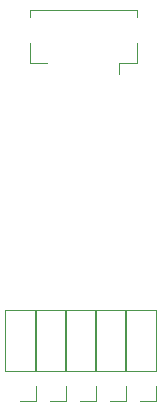
<source format=gbr>
%TF.GenerationSoftware,KiCad,Pcbnew,(5.1.9)-1*%
%TF.CreationDate,2022-05-30T22:22:16+01:00*%
%TF.ProjectId,5-servos,352d7365-7276-46f7-932e-6b696361645f,rev?*%
%TF.SameCoordinates,Original*%
%TF.FileFunction,Legend,Top*%
%TF.FilePolarity,Positive*%
%FSLAX46Y46*%
G04 Gerber Fmt 4.6, Leading zero omitted, Abs format (unit mm)*
G04 Created by KiCad (PCBNEW (5.1.9)-1) date 2022-05-30 22:22:16*
%MOMM*%
%LPD*%
G01*
G04 APERTURE LIST*
%ADD10C,0.120000*%
G04 APERTURE END LIST*
D10*
%TO.C,J11*%
X118932000Y-126178000D02*
X116272000Y-126178000D01*
X118932000Y-131318000D02*
X118932000Y-126178000D01*
X116272000Y-131318000D02*
X116272000Y-126178000D01*
X118932000Y-131318000D02*
X116272000Y-131318000D01*
X118932000Y-132588000D02*
X118932000Y-133918000D01*
X118932000Y-133918000D02*
X117602000Y-133918000D01*
%TO.C,J1*%
X117286000Y-103546000D02*
X117286000Y-105296000D01*
X117286000Y-105296000D02*
X115836000Y-105296000D01*
X115836000Y-105296000D02*
X115836000Y-106186000D01*
X108266000Y-103546000D02*
X108266000Y-105296000D01*
X108266000Y-105296000D02*
X109716000Y-105296000D01*
X117286000Y-101326000D02*
X117286000Y-100776000D01*
X117286000Y-100776000D02*
X108266000Y-100776000D01*
X108266000Y-100776000D02*
X108266000Y-101326000D01*
%TO.C,J5*%
X116392000Y-126178000D02*
X113732000Y-126178000D01*
X116392000Y-131318000D02*
X116392000Y-126178000D01*
X113732000Y-131318000D02*
X113732000Y-126178000D01*
X116392000Y-131318000D02*
X113732000Y-131318000D01*
X116392000Y-132588000D02*
X116392000Y-133918000D01*
X116392000Y-133918000D02*
X115062000Y-133918000D01*
%TO.C,J4*%
X113852000Y-126178000D02*
X111192000Y-126178000D01*
X113852000Y-131318000D02*
X113852000Y-126178000D01*
X111192000Y-131318000D02*
X111192000Y-126178000D01*
X113852000Y-131318000D02*
X111192000Y-131318000D01*
X113852000Y-132588000D02*
X113852000Y-133918000D01*
X113852000Y-133918000D02*
X112522000Y-133918000D01*
%TO.C,J3*%
X111312000Y-126178000D02*
X108652000Y-126178000D01*
X111312000Y-131318000D02*
X111312000Y-126178000D01*
X108652000Y-131318000D02*
X108652000Y-126178000D01*
X111312000Y-131318000D02*
X108652000Y-131318000D01*
X111312000Y-132588000D02*
X111312000Y-133918000D01*
X111312000Y-133918000D02*
X109982000Y-133918000D01*
%TO.C,J2*%
X108772000Y-126178000D02*
X106112000Y-126178000D01*
X108772000Y-131318000D02*
X108772000Y-126178000D01*
X106112000Y-131318000D02*
X106112000Y-126178000D01*
X108772000Y-131318000D02*
X106112000Y-131318000D01*
X108772000Y-132588000D02*
X108772000Y-133918000D01*
X108772000Y-133918000D02*
X107442000Y-133918000D01*
%TD*%
M02*

</source>
